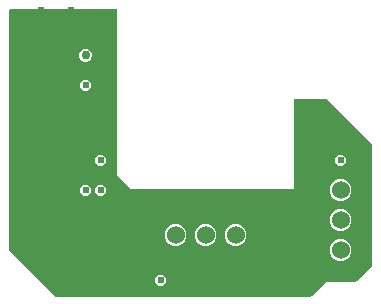
<source format=gbr>
G04 EAGLE Gerber X2 export*
%TF.Part,Single*%
%TF.FileFunction,Copper,L2,Inr,Mixed*%
%TF.FilePolarity,Positive*%
%TF.GenerationSoftware,Autodesk,EAGLE,9.1.1*%
%TF.CreationDate,2018-08-02T16:49:24Z*%
G75*
%MOMM*%
%FSLAX34Y34*%
%LPD*%
%AMOC8*
5,1,8,0,0,1.08239X$1,22.5*%
G01*
%ADD10C,1.524000*%
%ADD11C,0.756400*%
%ADD12C,0.606400*%
%ADD13C,0.330200*%

G36*
X1308198Y392443D02*
X1308198Y392443D01*
X1308297Y392446D01*
X1308355Y392463D01*
X1308416Y392471D01*
X1308508Y392507D01*
X1308603Y392535D01*
X1308655Y392565D01*
X1308711Y392588D01*
X1308791Y392646D01*
X1308877Y392696D01*
X1308952Y392762D01*
X1308969Y392774D01*
X1308976Y392784D01*
X1308998Y392803D01*
X1321326Y405131D01*
X1346200Y405131D01*
X1346298Y405143D01*
X1346397Y405146D01*
X1346455Y405163D01*
X1346516Y405171D01*
X1346608Y405207D01*
X1346703Y405235D01*
X1346755Y405265D01*
X1346811Y405288D01*
X1346891Y405346D01*
X1346977Y405396D01*
X1347052Y405462D01*
X1347069Y405474D01*
X1347076Y405484D01*
X1347098Y405503D01*
X1359798Y418203D01*
X1359858Y418281D01*
X1359926Y418353D01*
X1359951Y418398D01*
X1359956Y418404D01*
X1359960Y418412D01*
X1359992Y418454D01*
X1360032Y418545D01*
X1360080Y418631D01*
X1360095Y418690D01*
X1360119Y418746D01*
X1360134Y418844D01*
X1360159Y418939D01*
X1360165Y419039D01*
X1360169Y419060D01*
X1360167Y419072D01*
X1360169Y419100D01*
X1360169Y520700D01*
X1360157Y520798D01*
X1360154Y520897D01*
X1360137Y520955D01*
X1360129Y521016D01*
X1360093Y521108D01*
X1360065Y521203D01*
X1360035Y521255D01*
X1360012Y521311D01*
X1359954Y521391D01*
X1359904Y521477D01*
X1359838Y521552D01*
X1359826Y521569D01*
X1359816Y521576D01*
X1359798Y521598D01*
X1321698Y559698D01*
X1321619Y559758D01*
X1321547Y559826D01*
X1321494Y559855D01*
X1321446Y559892D01*
X1321355Y559932D01*
X1321269Y559980D01*
X1321210Y559995D01*
X1321154Y560019D01*
X1321056Y560034D01*
X1320961Y560059D01*
X1320861Y560065D01*
X1320840Y560069D01*
X1320828Y560067D01*
X1320800Y560069D01*
X1295400Y560069D01*
X1295282Y560054D01*
X1295163Y560047D01*
X1295125Y560034D01*
X1295084Y560029D01*
X1294974Y559986D01*
X1294861Y559949D01*
X1294826Y559927D01*
X1294789Y559912D01*
X1294693Y559843D01*
X1294592Y559779D01*
X1294564Y559749D01*
X1294531Y559726D01*
X1294456Y559634D01*
X1294374Y559547D01*
X1294354Y559512D01*
X1294329Y559481D01*
X1294278Y559373D01*
X1294220Y559269D01*
X1294210Y559229D01*
X1294193Y559193D01*
X1294171Y559076D01*
X1294141Y558961D01*
X1294137Y558901D01*
X1294133Y558881D01*
X1294135Y558860D01*
X1294131Y558800D01*
X1294131Y483869D01*
X1156226Y483869D01*
X1144269Y495826D01*
X1144269Y635000D01*
X1144254Y635118D01*
X1144247Y635237D01*
X1144234Y635275D01*
X1144229Y635316D01*
X1144186Y635426D01*
X1144149Y635539D01*
X1144127Y635574D01*
X1144112Y635611D01*
X1144043Y635707D01*
X1143979Y635808D01*
X1143949Y635836D01*
X1143926Y635869D01*
X1143834Y635945D01*
X1143747Y636026D01*
X1143712Y636046D01*
X1143681Y636071D01*
X1143573Y636122D01*
X1143469Y636180D01*
X1143429Y636190D01*
X1143393Y636207D01*
X1143276Y636229D01*
X1143161Y636259D01*
X1143101Y636263D01*
X1143081Y636267D01*
X1143060Y636265D01*
X1143000Y636269D01*
X1054361Y636269D01*
X1054233Y636253D01*
X1054105Y636243D01*
X1054076Y636233D01*
X1054046Y636229D01*
X1053926Y636182D01*
X1053804Y636140D01*
X1053778Y636124D01*
X1053750Y636112D01*
X1053646Y636037D01*
X1053538Y635966D01*
X1053506Y635936D01*
X1053493Y635926D01*
X1053479Y635909D01*
X1053422Y635854D01*
X1053161Y635566D01*
X1053121Y635510D01*
X1053074Y635460D01*
X1053030Y635380D01*
X1052978Y635306D01*
X1052954Y635241D01*
X1052920Y635181D01*
X1052898Y635094D01*
X1052866Y635009D01*
X1052858Y634940D01*
X1052841Y634873D01*
X1052831Y634713D01*
X1052831Y431800D01*
X1052843Y431702D01*
X1052846Y431603D01*
X1052863Y431545D01*
X1052871Y431484D01*
X1052907Y431392D01*
X1052935Y431297D01*
X1052965Y431245D01*
X1052988Y431189D01*
X1053046Y431109D01*
X1053096Y431023D01*
X1053162Y430948D01*
X1053174Y430931D01*
X1053184Y430924D01*
X1053203Y430903D01*
X1091303Y392803D01*
X1091381Y392742D01*
X1091453Y392674D01*
X1091506Y392645D01*
X1091554Y392608D01*
X1091645Y392568D01*
X1091731Y392520D01*
X1091790Y392505D01*
X1091846Y392481D01*
X1091944Y392466D01*
X1092039Y392441D01*
X1092139Y392435D01*
X1092160Y392431D01*
X1092172Y392433D01*
X1092200Y392431D01*
X1308100Y392431D01*
X1308198Y392443D01*
G37*
%LPC*%
G36*
X1217381Y435355D02*
X1217381Y435355D01*
X1214020Y436747D01*
X1211447Y439320D01*
X1210055Y442681D01*
X1210055Y446319D01*
X1211447Y449680D01*
X1214020Y452253D01*
X1217381Y453645D01*
X1221019Y453645D01*
X1224380Y452253D01*
X1226953Y449680D01*
X1228345Y446319D01*
X1228345Y442681D01*
X1226953Y439320D01*
X1224380Y436747D01*
X1221019Y435355D01*
X1217381Y435355D01*
G37*
%LPD*%
%LPC*%
G36*
X1331681Y422655D02*
X1331681Y422655D01*
X1328320Y424047D01*
X1325747Y426620D01*
X1324355Y429981D01*
X1324355Y433619D01*
X1325747Y436980D01*
X1328320Y439553D01*
X1331681Y440945D01*
X1335319Y440945D01*
X1338680Y439553D01*
X1341253Y436980D01*
X1342645Y433619D01*
X1342645Y429981D01*
X1341253Y426620D01*
X1338680Y424047D01*
X1335319Y422655D01*
X1331681Y422655D01*
G37*
%LPD*%
%LPC*%
G36*
X1191981Y435355D02*
X1191981Y435355D01*
X1188620Y436747D01*
X1186047Y439320D01*
X1184655Y442681D01*
X1184655Y446319D01*
X1186047Y449680D01*
X1188620Y452253D01*
X1191981Y453645D01*
X1195619Y453645D01*
X1198980Y452253D01*
X1201553Y449680D01*
X1202945Y446319D01*
X1202945Y442681D01*
X1201553Y439320D01*
X1198980Y436747D01*
X1195619Y435355D01*
X1191981Y435355D01*
G37*
%LPD*%
%LPC*%
G36*
X1331681Y473455D02*
X1331681Y473455D01*
X1328320Y474847D01*
X1325747Y477420D01*
X1324355Y480781D01*
X1324355Y484419D01*
X1325747Y487780D01*
X1328320Y490353D01*
X1331681Y491745D01*
X1335319Y491745D01*
X1338680Y490353D01*
X1341253Y487780D01*
X1342645Y484419D01*
X1342645Y480781D01*
X1341253Y477420D01*
X1338680Y474847D01*
X1335319Y473455D01*
X1331681Y473455D01*
G37*
%LPD*%
%LPC*%
G36*
X1242781Y435355D02*
X1242781Y435355D01*
X1239420Y436747D01*
X1236847Y439320D01*
X1235455Y442681D01*
X1235455Y446319D01*
X1236847Y449680D01*
X1239420Y452253D01*
X1242781Y453645D01*
X1246419Y453645D01*
X1249780Y452253D01*
X1252353Y449680D01*
X1253745Y446319D01*
X1253745Y442681D01*
X1252353Y439320D01*
X1249780Y436747D01*
X1246419Y435355D01*
X1242781Y435355D01*
G37*
%LPD*%
%LPC*%
G36*
X1331681Y448055D02*
X1331681Y448055D01*
X1328320Y449447D01*
X1325747Y452020D01*
X1324355Y455381D01*
X1324355Y459019D01*
X1325747Y462380D01*
X1328320Y464953D01*
X1331681Y466345D01*
X1335319Y466345D01*
X1338680Y464953D01*
X1341253Y462380D01*
X1342645Y459019D01*
X1342645Y455381D01*
X1341253Y452020D01*
X1338680Y449447D01*
X1335319Y448055D01*
X1331681Y448055D01*
G37*
%LPD*%
%LPC*%
G36*
X1116544Y591593D02*
X1116544Y591593D01*
X1114594Y592401D01*
X1113101Y593894D01*
X1112293Y595844D01*
X1112293Y597956D01*
X1113101Y599906D01*
X1114594Y601399D01*
X1116544Y602207D01*
X1118656Y602207D01*
X1120606Y601399D01*
X1122099Y599906D01*
X1122907Y597956D01*
X1122907Y595844D01*
X1122099Y593894D01*
X1120606Y592401D01*
X1118656Y591593D01*
X1116544Y591593D01*
G37*
%LPD*%
%LPC*%
G36*
X1115713Y478043D02*
X1115713Y478043D01*
X1113043Y480713D01*
X1113043Y484487D01*
X1115713Y487157D01*
X1119487Y487157D01*
X1122157Y484487D01*
X1122157Y480713D01*
X1119487Y478043D01*
X1115713Y478043D01*
G37*
%LPD*%
%LPC*%
G36*
X1128413Y478043D02*
X1128413Y478043D01*
X1125743Y480713D01*
X1125743Y484487D01*
X1128413Y487157D01*
X1132187Y487157D01*
X1134857Y484487D01*
X1134857Y480713D01*
X1132187Y478043D01*
X1128413Y478043D01*
G37*
%LPD*%
%LPC*%
G36*
X1128413Y503443D02*
X1128413Y503443D01*
X1125743Y506113D01*
X1125743Y509887D01*
X1128413Y512557D01*
X1132187Y512557D01*
X1134857Y509887D01*
X1134857Y506113D01*
X1132187Y503443D01*
X1128413Y503443D01*
G37*
%LPD*%
%LPC*%
G36*
X1331613Y503443D02*
X1331613Y503443D01*
X1328943Y506113D01*
X1328943Y509887D01*
X1331613Y512557D01*
X1335387Y512557D01*
X1338057Y509887D01*
X1338057Y506113D01*
X1335387Y503443D01*
X1331613Y503443D01*
G37*
%LPD*%
%LPC*%
G36*
X1115713Y566943D02*
X1115713Y566943D01*
X1113043Y569613D01*
X1113043Y573387D01*
X1115713Y576057D01*
X1119487Y576057D01*
X1122157Y573387D01*
X1122157Y569613D01*
X1119487Y566943D01*
X1115713Y566943D01*
G37*
%LPD*%
%LPC*%
G36*
X1179213Y401843D02*
X1179213Y401843D01*
X1176543Y404513D01*
X1176543Y408287D01*
X1179213Y410957D01*
X1182987Y410957D01*
X1185657Y408287D01*
X1185657Y404513D01*
X1182987Y401843D01*
X1179213Y401843D01*
G37*
%LPD*%
D10*
X1244600Y444500D03*
X1219200Y444500D03*
X1193800Y444500D03*
X1333500Y431800D03*
X1333500Y457200D03*
X1333500Y482600D03*
D11*
X1117600Y596900D03*
D12*
X1333500Y508000D03*
X1181100Y406400D03*
X1130300Y482600D03*
X1117600Y482600D03*
D11*
X1130300Y419100D03*
D12*
X1092200Y533400D03*
X1079500Y635000D03*
X1104900Y635000D03*
X1066800Y584200D03*
X1104900Y508000D03*
X1143000Y482600D03*
X1270000Y444500D03*
D13*
X1125220Y547370D03*
D12*
X1117600Y571500D03*
X1130300Y508000D03*
M02*

</source>
